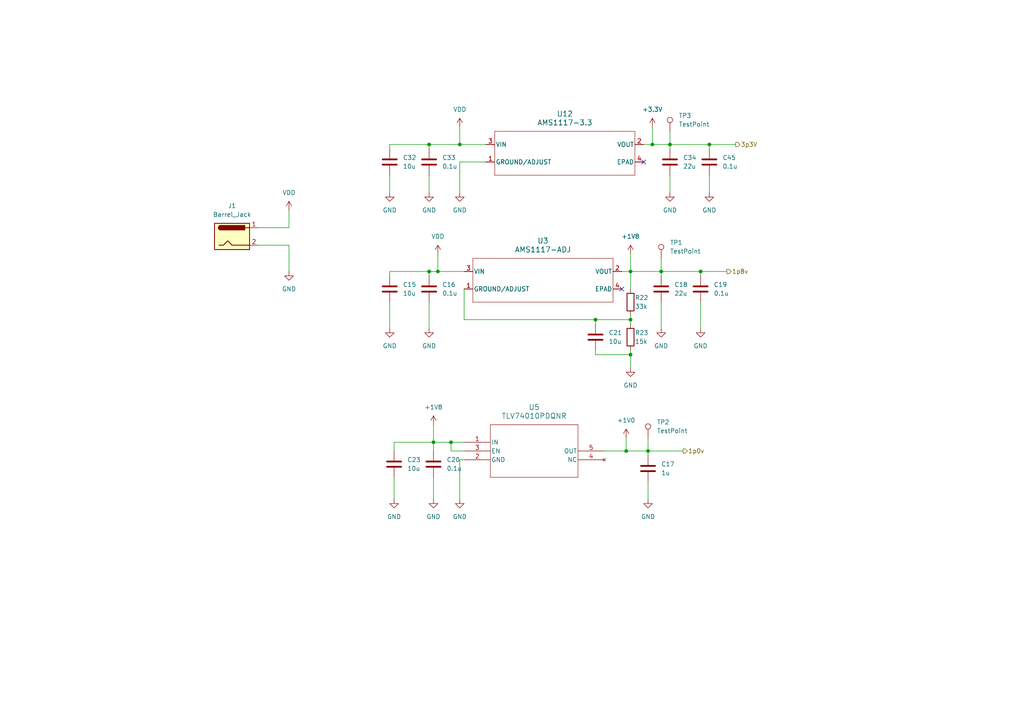
<source format=kicad_sch>
(kicad_sch (version 20230121) (generator eeschema)
  (paper "A4")
  (lib_symbols
    (symbol "Connector:Barrel_Jack" (pin_names (offset 1.016))
      (property "Reference" "J" (at 0 5.334 0))
      (property "Value" "Barrel_Jack" (at 0 -5.08 0))
      (symbol "Barrel_Jack_0_1"
        (rectangle (start -5.08 3.81) (end 5.08 -3.81) (stroke (width 0.254)) (fill (type background)))
        (arc (start -3.302 3.175) (mid -3.9343 2.54) (end -3.302 1.905) (stroke (width 0.254)))
        (arc (start -3.302 3.175) (mid -3.9343 2.54) (end -3.302 1.905) (stroke (width 0.254)) (fill (type outline)))
        (polyline (pts (xy 5.08 2.54) (xy 3.81 2.54)) (stroke (width 0.254)))
        (polyline (pts (xy -3.81 -2.54) (xy -2.54 -2.54) (xy -1.27 -1.27) (xy 0 -2.54) (xy 2.54 -2.54) (xy 5.08 -2.54)) (stroke (width 0.254)))
        (rectangle (start 3.683 3.175) (end -3.302 1.905) (stroke (width 0.254)) (fill (type outline)))
      )
      (symbol "Barrel_Jack_1_1"
        (pin passive line (at 7.62 2.54 180) (length 2.54) (name "~") (number "1"))
        (pin passive line (at 7.62 -2.54 180) (length 2.54) (name "~") (number "2"))
      )
    )
    (symbol "Connector:TestPoint" (pin_numbers hide) (pin_names (offset 0.762) hide)
      (property "Reference" "TP" (at 0 6.858 0))
      (property "Value" "TestPoint" (at 0 5.08 0))
      (symbol "TestPoint_0_1"
        (circle (center 0 3.302) (radius 0.762))
      )
      (symbol "TestPoint_1_1"
        (pin passive line (at 0 0 90) (length 2.54) (name "1") (number "1"))
      )
    )
    (symbol "Device:C" (pin_numbers hide) (pin_names (offset 0.254))
      (property "Reference" "C" (at 0.635 2.54 0))
      (property "Value" "C" (at 0.635 -2.54 0))
      (symbol "C_0_1"
        (polyline (pts (xy -2.032 -0.762) (xy 2.032 -0.762)) (stroke (width 0.508)))
        (polyline (pts (xy -2.032 0.762) (xy 2.032 0.762)) (stroke (width 0.508)))
      )
      (symbol "C_1_1"
        (pin passive line (at 0 3.81 270) (length 2.794) (name "~") (number "1"))
        (pin passive line (at 0 -3.81 90) (length 2.794) (name "~") (number "2"))
      )
    )
    (symbol "Device:R" (pin_numbers hide) (pin_names (offset 0))
      (property "Reference" "R" (at 2.032 0 90))
      (property "Value" "R" (at 0 0 90))
      (symbol "R_0_1"
        (rectangle (start -1.016 -2.54) (end 1.016 2.54) (stroke (width 0.254)))
      )
      (symbol "R_1_1"
        (pin passive line (at 0 3.81 270) (length 1.27) (name "~") (number "1"))
        (pin passive line (at 0 -3.81 90) (length 1.27) (name "~") (number "2"))
      )
    )
    (symbol "TeenieWeenie:AMS1117-3.3" (pin_names (offset 0.254))
      (property "Reference" "U" (at 0 10.16 0))
      (property "Value" "AMS1117-3.3" (at 0 7.62 0))
      (symbol "AMS1117-3.3_0_1"
        (polyline (pts (xy -20.32 -6.35) (xy 20.32 -6.35)) (stroke (width 0.127)))
        (polyline (pts (xy -20.32 6.35) (xy -20.32 -6.35)) (stroke (width 0.127)))
        (polyline (pts (xy 20.32 -6.35) (xy 20.32 6.35)) (stroke (width 0.127)))
        (polyline (pts (xy 20.32 6.35) (xy -20.32 6.35)) (stroke (width 0.127)))
      )
      (symbol "AMS1117-3.3_1_1"
        (pin power_out line (at -22.86 -2.54 0) (length 2.54) (name "GROUND/ADJUST") (number "1"))
        (pin output line (at 22.86 2.54 180) (length 2.54) (name "VOUT") (number "2"))
        (pin input line (at -22.86 2.54 0) (length 2.54) (name "VIN") (number "3"))
        (pin power_in line (at 22.86 -2.54 180) (length 2.54) (name "EPAD") (number "4"))
      )
    )
    (symbol "TeenieWeenie:AMS1117-ADJ" (pin_names (offset 0.254))
      (property "Reference" "U" (at 0 10.16 0))
      (property "Value" "AMS1117-ADJ" (at 0 7.62 0))
      (symbol "AMS1117-ADJ_0_1"
        (polyline (pts (xy -20.32 -6.35) (xy 20.32 -6.35)) (stroke (width 0.127)))
        (polyline (pts (xy -20.32 6.35) (xy -20.32 -6.35)) (stroke (width 0.127)))
        (polyline (pts (xy 20.32 -6.35) (xy 20.32 6.35)) (stroke (width 0.127)))
        (polyline (pts (xy 20.32 6.35) (xy -20.32 6.35)) (stroke (width 0.127)))
      )
      (symbol "AMS1117-ADJ_1_1"
        (pin power_out line (at -22.86 -2.54 0) (length 2.54) (name "GROUND/ADJUST") (number "1"))
        (pin output line (at 22.86 2.54 180) (length 2.54) (name "VOUT") (number "2"))
        (pin input line (at -22.86 2.54 0) (length 2.54) (name "VIN") (number "3"))
        (pin power_in line (at 22.86 -2.54 180) (length 2.54) (name "EPAD") (number "4"))
      )
    )
    (symbol "TeenieWeenie:TLV74010PDQNR" (pin_names (offset 0.254))
      (property "Reference" "U" (at 20.32 10.16 0))
      (property "Value" "TLV74010PDQNR" (at 20.32 7.62 0))
      (symbol "TLV74010PDQNR_0_1"
        (polyline (pts (xy 7.62 -10.16) (xy 33.02 -10.16)) (stroke (width 0.127)))
        (polyline (pts (xy 7.62 5.08) (xy 7.62 -10.16)) (stroke (width 0.127)))
        (polyline (pts (xy 33.02 -10.16) (xy 33.02 5.08)) (stroke (width 0.127)))
        (polyline (pts (xy 33.02 5.08) (xy 7.62 5.08)) (stroke (width 0.127)))
        (pin input line (at 0 0 0) (length 7.62) (name "IN") (number "1"))
        (pin power_out line (at 0 -5.08 0) (length 7.62) (name "GND") (number "2"))
        (pin unspecified line (at 0 -2.54 0) (length 7.62) (name "EN") (number "3"))
        (pin no_connect line (at 40.64 -5.08 180) (length 7.62) (name "NC") (number "4"))
        (pin output line (at 40.64 -2.54 180) (length 7.62) (name "OUT") (number "5"))
      )
    )
    (symbol "power:+1V0" (power) (pin_names (offset 0))
      (property "Value" "+1V0" (at 0 3.556 0))
      (symbol "+1V0_0_1"
        (polyline (pts (xy -0.762 1.27) (xy 0 2.54)))
        (polyline (pts (xy 0 0) (xy 0 2.54)))
        (polyline (pts (xy 0 2.54) (xy 0.762 1.27)))
      )
      (symbol "+1V0_1_1"
        (pin power_in line (at 0 0 90) (length 0) hide (name "+1V0") (number "1"))
      )
    )
    (symbol "power:+1V8" (power) (pin_names (offset 0))
      (property "Value" "+1V8" (at 0 3.556 0))
      (symbol "+1V8_0_1"
        (polyline (pts (xy -0.762 1.27) (xy 0 2.54)))
        (polyline (pts (xy 0 0) (xy 0 2.54)))
        (polyline (pts (xy 0 2.54) (xy 0.762 1.27)))
      )
      (symbol "+1V8_1_1"
        (pin power_in line (at 0 0 90) (length 0) hide (name "+1V8") (number "1"))
      )
    )
    (symbol "power:+3.3V" (power) (pin_names (offset 0))
      (property "Value" "+3.3V" (at 0 3.556 0))
      (symbol "+3.3V_0_1"
        (polyline (pts (xy -0.762 1.27) (xy 0 2.54)))
        (polyline (pts (xy 0 0) (xy 0 2.54)))
        (polyline (pts (xy 0 2.54) (xy 0.762 1.27)))
      )
      (symbol "+3.3V_1_1"
        (pin power_in line (at 0 0 90) (length 0) hide (name "+3.3V") (number "1"))
      )
    )
    (symbol "power:GND" (power) (pin_names (offset 0))
      (property "Value" "GND" (at 0 -3.81 0))
      (symbol "GND_0_1"
        (polyline (pts (xy 0 0) (xy 0 -1.27) (xy 1.27 -1.27) (xy 0 -2.54) (xy -1.27 -1.27) (xy 0 -1.27)))
      )
      (symbol "GND_1_1"
        (pin power_in line (at 0 0 270) (length 0) hide (name "GND") (number "1"))
      )
    )
    (symbol "power:VDD" (power) (pin_names (offset 0))
      (property "Value" "VDD" (at 0 3.81 0))
      (symbol "VDD_0_1"
        (polyline (pts (xy -0.762 1.27) (xy 0 2.54)))
        (polyline (pts (xy 0 0) (xy 0 2.54)))
        (polyline (pts (xy 0 2.54) (xy 0.762 1.27)))
      )
      (symbol "VDD_1_1"
        (pin power_in line (at 0 0 90) (length 0) hide (name "VDD") (number "1"))
      )
    )
  )
  (junction (at 182.88 78.74))
  (junction (at 194.31 41.91))
  (junction (at 191.77 78.74))
  (junction (at 124.46 41.91))
  (junction (at 189.23 41.91))
  (junction (at 203.2 78.74))
  (junction (at 172.72 92.71))
  (junction (at 124.46 78.74))
  (junction (at 125.73 128.27))
  (junction (at 187.96 130.81))
  (junction (at 181.61 130.81))
  (junction (at 130.81 128.27))
  (junction (at 205.74 41.91))
  (junction (at 133.35 41.91))
  (junction (at 182.88 102.87))
  (junction (at 127 78.74))
  (junction (at 182.88 92.71))
  (no_connect (at 180.34 83.82))
  (no_connect (at 186.69 46.99))
  (wire (pts (xy 133.35 41.91) (xy 140.97 41.91)))
  (wire (pts (xy 180.34 78.74) (xy 182.88 78.74)))
  (wire (pts (xy 205.74 41.91) (xy 213.36 41.91)))
  (wire (pts (xy 203.2 78.74) (xy 203.2 80.01)))
  (wire (pts (xy 187.96 130.81) (xy 181.61 130.81)))
  (wire (pts (xy 124.46 78.74) (xy 127 78.74)))
  (wire (pts (xy 186.69 41.91) (xy 189.23 41.91)))
  (wire (pts (xy 182.88 78.74) (xy 191.77 78.74)))
  (wire (pts (xy 113.03 41.91) (xy 124.46 41.91)))
  (wire (pts (xy 113.03 87.63) (xy 113.03 95.25)))
  (wire (pts (xy 194.31 43.18) (xy 194.31 41.91)))
  (wire (pts (xy 124.46 43.18) (xy 124.46 41.91)))
  (wire (pts (xy 191.77 74.93) (xy 191.77 78.74)))
  (wire (pts (xy 125.73 128.27) (xy 125.73 130.81)))
  (wire (pts (xy 187.96 139.7) (xy 187.96 144.78)))
  (wire (pts (xy 114.3 138.43) (xy 114.3 144.78)))
  (wire (pts (xy 113.03 43.18) (xy 113.03 41.91)))
  (wire (pts (xy 194.31 41.91) (xy 205.74 41.91)))
  (wire (pts (xy 182.88 101.6) (xy 182.88 102.87)))
  (wire (pts (xy 133.35 46.99) (xy 133.35 55.88)))
  (wire (pts (xy 191.77 87.63) (xy 191.77 95.25)))
  (wire (pts (xy 83.82 71.12) (xy 83.82 78.74)))
  (wire (pts (xy 182.88 91.44) (xy 182.88 92.71)))
  (wire (pts (xy 191.77 78.74) (xy 191.77 80.01)))
  (wire (pts (xy 74.93 66.04) (xy 83.82 66.04)))
  (wire (pts (xy 187.96 127) (xy 187.96 130.81)))
  (wire (pts (xy 113.03 78.74) (xy 124.46 78.74)))
  (wire (pts (xy 114.3 128.27) (xy 125.73 128.27)))
  (wire (pts (xy 134.62 92.71) (xy 172.72 92.71)))
  (wire (pts (xy 203.2 87.63) (xy 203.2 95.25)))
  (wire (pts (xy 187.96 132.08) (xy 187.96 130.81)))
  (wire (pts (xy 74.93 71.12) (xy 83.82 71.12)))
  (wire (pts (xy 114.3 128.27) (xy 114.3 130.81)))
  (wire (pts (xy 172.72 92.71) (xy 172.72 93.98)))
  (wire (pts (xy 134.62 83.82) (xy 134.62 92.71)))
  (wire (pts (xy 134.62 133.35) (xy 133.35 133.35)))
  (wire (pts (xy 124.46 50.8) (xy 124.46 55.88)))
  (wire (pts (xy 189.23 41.91) (xy 194.31 41.91)))
  (wire (pts (xy 187.96 130.81) (xy 198.12 130.81)))
  (wire (pts (xy 134.62 130.81) (xy 130.81 130.81)))
  (wire (pts (xy 125.73 128.27) (xy 130.81 128.27)))
  (wire (pts (xy 124.46 41.91) (xy 133.35 41.91)))
  (wire (pts (xy 83.82 60.96) (xy 83.82 66.04)))
  (wire (pts (xy 140.97 46.99) (xy 133.35 46.99)))
  (wire (pts (xy 133.35 133.35) (xy 133.35 144.78)))
  (wire (pts (xy 205.74 41.91) (xy 205.74 43.18)))
  (wire (pts (xy 182.88 78.74) (xy 182.88 83.82)))
  (wire (pts (xy 124.46 87.63) (xy 124.46 95.25)))
  (wire (pts (xy 175.26 130.81) (xy 181.61 130.81)))
  (wire (pts (xy 113.03 80.01) (xy 113.03 78.74)))
  (wire (pts (xy 189.23 36.83) (xy 189.23 41.91)))
  (wire (pts (xy 172.72 102.87) (xy 182.88 102.87)))
  (wire (pts (xy 133.35 36.83) (xy 133.35 41.91)))
  (wire (pts (xy 191.77 78.74) (xy 203.2 78.74)))
  (wire (pts (xy 172.72 101.6) (xy 172.72 102.87)))
  (wire (pts (xy 113.03 50.8) (xy 113.03 55.88)))
  (wire (pts (xy 125.73 138.43) (xy 125.73 144.78)))
  (wire (pts (xy 182.88 102.87) (xy 182.88 106.68)))
  (wire (pts (xy 182.88 92.71) (xy 182.88 93.98)))
  (wire (pts (xy 172.72 92.71) (xy 182.88 92.71)))
  (wire (pts (xy 127 78.74) (xy 134.62 78.74)))
  (wire (pts (xy 130.81 128.27) (xy 134.62 128.27)))
  (wire (pts (xy 205.74 50.8) (xy 205.74 55.88)))
  (wire (pts (xy 203.2 78.74) (xy 210.82 78.74)))
  (wire (pts (xy 127 73.66) (xy 127 78.74)))
  (wire (pts (xy 194.31 50.8) (xy 194.31 55.88)))
  (wire (pts (xy 130.81 130.81) (xy 130.81 128.27)))
  (wire (pts (xy 124.46 80.01) (xy 124.46 78.74)))
  (wire (pts (xy 125.73 123.19) (xy 125.73 128.27)))
  (wire (pts (xy 194.31 38.1) (xy 194.31 41.91)))
  (wire (pts (xy 181.61 130.81) (xy 181.61 127)))
  (wire (pts (xy 182.88 73.66) (xy 182.88 78.74)))
  (hierarchical_label "3p3V" (shape output) (at 213.36 41.91 0))
  (hierarchical_label "1p0v" (shape output) (at 198.12 130.81 0))
  (hierarchical_label "1p8v" (shape output) (at 210.82 78.74 0))
  (symbol (lib_id "Device:C") (at 114.3 134.62 0) (unit 1)
    (property "Reference" "C23" (at 118.11 133.35 0) (effects (justify left)))
    (property "Value" "10u" (at 118.11 135.89 0) (effects (justify left)))
    (property "Footprint" "Capacitor_SMD:C_0402_1005Metric" (effects hide))
  )
  (symbol (lib_id "Device:C") (at 194.31 46.99 0) (unit 1)
    (property "Reference" "C34" (at 198.12 45.72 0) (effects (justify left)))
    (property "Value" "22u" (at 198.12 48.26 0) (effects (justify left)))
    (property "Footprint" "Capacitor_SMD:C_0402_1005Metric" (effects hide))
  )
  (symbol (lib_id "power:GND") (at 124.46 55.88 0) (unit 1)
    (property "Reference" "#PWR058" (effects hide))
    (property "Value" "GND" (at 124.46 60.96 0))
    (instances (project "TeenieWeenie" (path "" (reference "#PWR058") (unit 1)) (path "" (reference "#PWR013") (unit 1))))
  )
  (symbol (lib_id "TeenieWeenie:AMS1117-ADJ") (at 157.48 81.28 0) (unit 1)
    (property "Reference" "U3" (at 157.48 69.85 0) (effects (font (size 1.524 1.524))))
    (property "Value" "AMS1117-ADJ" (at 157.48 72.39 0) (effects (font (size 1.524 1.524))))
    (property "Footprint" "Connector_BarrelJack:BarrelJack_Horizontal" (effects hide))
    (property "Datasheet" "AMS1117-3.3" (effects hide))
  )
  (symbol (lib_id "Device:C") (at 187.96 135.89 0) (unit 1)
    (property "Reference" "C17" (at 191.77 134.62 0) (effects (justify left)))
    (property "Value" "1u" (at 191.77 137.16 0) (effects (justify left)))
    (property "Footprint" "Capacitor_SMD:C_0402_1005Metric" (effects hide))
  )
  (symbol (lib_id "Device:C") (at 113.03 46.99 0) (unit 1)
    (property "Reference" "C32" (at 116.84 45.72 0) (effects (justify left)))
    (property "Value" "10u" (at 116.84 48.26 0) (effects (justify left)))
    (property "Footprint" "Capacitor_SMD:C_0402_1005Metric" (effects hide))
  )
  (symbol (lib_id "Device:R") (at 182.88 97.79 0) (unit 1)
    (property "Reference" "R23" (at 184.15 96.52 0) (effects (justify left)))
    (property "Value" "15k" (at 184.15 99.06 0) (effects (justify left)))
    (property "Footprint" "Resistor_SMD:R_0402_1005Metric" (effects hide))
  )
  (symbol (lib_id "Connector:TestPoint") (at 191.77 74.93 0) (unit 1)
    (property "Reference" "TP1" (at 194.31 70.358 0) (effects (justify left)))
    (property "Value" "TestPoint" (at 194.31 72.898 0) (effects (justify left)))
    (property "Footprint" "TestPoint:TestPoint_Pad_1.5x1.5mm" (effects hide))
  )
  (symbol (lib_id "power:GND") (at 187.96 144.78 0) (unit 1)
    (property "Reference" "#PWR058" (effects hide))
    (property "Value" "GND" (at 187.96 149.86 0))
    (instances (project "TeenieWeenie" (path "" (reference "#PWR058") (unit 1)) (path "" (reference "#PWR047") (unit 1))))
  )
  (symbol (lib_id "power:VDD") (at 133.35 36.83 0) (unit 1)
    (property "Reference" "#PWR042" (effects hide))
    (property "Value" "VDD" (at 133.35 31.75 0))
  )
  (symbol (lib_id "Device:C") (at 113.03 83.82 0) (unit 1)
    (property "Reference" "C15" (at 116.84 82.55 0) (effects (justify left)))
    (property "Value" "10u" (at 116.84 85.09 0) (effects (justify left)))
    (property "Footprint" "Capacitor_SMD:C_0402_1005Metric" (effects hide))
  )
  (symbol (lib_id "power:GND") (at 191.77 95.25 0) (unit 1)
    (property "Reference" "#PWR058" (effects hide))
    (property "Value" "GND" (at 191.77 100.33 0))
    (instances (project "TeenieWeenie" (path "" (reference "#PWR058") (unit 1)) (path "" (reference "#PWR025") (unit 1))))
  )
  (symbol (lib_id "TeenieWeenie:TLV74010PDQNR") (at 134.62 128.27 0) (unit 1)
    (property "Reference" "U5" (at 154.94 118.11 0) (effects (font (size 1.524 1.524))))
    (property "Value" "TLV74010PDQNR" (at 154.94 120.65 0) (effects (font (size 1.524 1.524))))
    (property "Footprint" "TeenieWeenieLibrary:SOT_PDQNR_TEX" (effects hide))
    (property "Datasheet" "TLV74010PDQNR" (effects hide))
  )
  (symbol (lib_id "power:GND") (at 124.46 95.25 0) (unit 1)
    (property "Reference" "#PWR058" (effects hide))
    (property "Value" "GND" (at 124.46 100.33 0))
    (instances (project "TeenieWeenie" (path "" (reference "#PWR058") (unit 1)) (path "" (reference "#PWR023") (unit 1))))
  )
  (symbol (lib_id "power:GND") (at 113.03 95.25 0) (unit 1)
    (property "Reference" "#PWR058" (effects hide))
    (property "Value" "GND" (at 113.03 100.33 0))
    (instances (project "TeenieWeenie" (path "" (reference "#PWR058") (unit 1)) (path "" (reference "#PWR021") (unit 1))))
  )
  (symbol (lib_id "power:GND") (at 83.82 78.74 0) (unit 1)
    (property "Reference" "#PWR058" (effects hide))
    (property "Value" "GND" (at 83.82 83.82 0))
    (instances (project "TeenieWeenie" (path "" (reference "#PWR058") (unit 1)) (path "" (reference "#PWR05") (unit 1))))
  )
  (symbol (lib_id "power:GND") (at 133.35 144.78 0) (unit 1)
    (property "Reference" "#PWR058" (effects hide))
    (property "Value" "GND" (at 133.35 149.86 0))
    (instances (project "TeenieWeenie" (path "" (reference "#PWR058") (unit 1)) (path "" (reference "#PWR041") (unit 1))))
  )
  (symbol (lib_id "Device:C") (at 205.74 46.99 0) (unit 1)
    (property "Reference" "C45" (at 209.55 45.72 0) (effects (justify left)))
    (property "Value" "0.1u" (at 209.55 48.26 0) (effects (justify left)))
    (property "Footprint" "Capacitor_SMD:C_0402_1005Metric" (effects hide))
  )
  (symbol (lib_id "Connector:TestPoint") (at 194.31 38.1 0) (unit 1)
    (property "Reference" "TP3" (at 196.85 33.528 0) (effects (justify left)))
    (property "Value" "TestPoint" (at 196.85 36.068 0) (effects (justify left)))
    (property "Footprint" "TestPoint:TestPoint_Pad_1.5x1.5mm" (effects hide))
  )
  (symbol (lib_id "power:+1V8") (at 182.88 73.66 0) (unit 1)
    (property "Reference" "#PWR022" (effects hide))
    (property "Value" "+1V8" (at 182.88 68.58 0))
  )
  (symbol (lib_id "power:GND") (at 114.3 144.78 0) (unit 1)
    (property "Reference" "#PWR058" (effects hide))
    (property "Value" "GND" (at 114.3 149.86 0))
    (instances (project "TeenieWeenie" (path "" (reference "#PWR058") (unit 1)) (path "" (reference "#PWR030") (unit 1))))
  )
  (symbol (lib_id "Device:C") (at 191.77 83.82 0) (unit 1)
    (property "Reference" "C18" (at 195.58 82.55 0) (effects (justify left)))
    (property "Value" "22u" (at 195.58 85.09 0) (effects (justify left)))
    (property "Footprint" "Capacitor_SMD:C_0402_1005Metric" (effects hide))
  )
  (symbol (lib_id "Device:C") (at 172.72 97.79 0) (unit 1)
    (property "Reference" "C21" (at 176.53 96.52 0) (effects (justify left)))
    (property "Value" "10u" (at 176.53 99.06 0) (effects (justify left)))
    (property "Footprint" "Capacitor_SMD:C_0402_1005Metric" (effects hide))
  )
  (symbol (lib_id "Device:R") (at 182.88 87.63 0) (unit 1)
    (property "Reference" "R22" (at 184.15 86.36 0) (effects (justify left)))
    (property "Value" "33k" (at 184.15 88.9 0) (effects (justify left)))
    (property "Footprint" "Resistor_SMD:R_0402_1005Metric" (effects hide))
  )
  (symbol (lib_id "Device:C") (at 124.46 46.99 0) (unit 1)
    (property "Reference" "C33" (at 128.27 45.72 0) (effects (justify left)))
    (property "Value" "0.1u" (at 128.27 48.26 0) (effects (justify left)))
    (property "Footprint" "Capacitor_SMD:C_0402_1005Metric" (effects hide))
  )
  (symbol (lib_id "power:+1V8") (at 125.73 123.19 0) (unit 1)
    (property "Reference" "#PWR014" (effects hide))
    (property "Value" "+1V8" (at 125.73 118.11 0))
  )
  (symbol (lib_id "Device:C") (at 203.2 83.82 0) (unit 1)
    (property "Reference" "C19" (at 207.01 82.55 0) (effects (justify left)))
    (property "Value" "0.1u" (at 207.01 85.09 0) (effects (justify left)))
    (property "Footprint" "Capacitor_SMD:C_0402_1005Metric" (effects hide))
  )
  (symbol (lib_id "power:GND") (at 133.35 55.88 0) (unit 1)
    (property "Reference" "#PWR058" (effects hide))
    (property "Value" "GND" (at 133.35 60.96 0))
    (instances (project "TeenieWeenie" (path "" (reference "#PWR058") (unit 1)) (path "" (reference "#PWR015") (unit 1))))
  )
  (symbol (lib_id "Device:C") (at 124.46 83.82 0) (unit 1)
    (property "Reference" "C16" (at 128.27 82.55 0) (effects (justify left)))
    (property "Value" "0.1u" (at 128.27 85.09 0) (effects (justify left)))
    (property "Footprint" "Capacitor_SMD:C_0402_1005Metric" (effects hide))
  )
  (symbol (lib_id "TeenieWeenie:AMS1117-3.3") (at 163.83 44.45 0) (unit 1)
    (property "Reference" "U12" (at 163.83 33.02 0) (effects (font (size 1.524 1.524))))
    (property "Value" "AMS1117-3.3" (at 163.83 35.56 0) (effects (font (size 1.524 1.524))))
    (property "Footprint" "TeenieWeenieLibrary:SOT_AMS_ADS" (effects hide))
    (property "Datasheet" "AMS1117-3.3" (effects hide))
  )
  (symbol (lib_id "power:VDD") (at 83.82 60.96 0) (unit 1)
    (property "Reference" "#PWR018" (effects hide))
    (property "Value" "VDD" (at 83.82 55.88 0))
  )
  (symbol (lib_id "Connector:Barrel_Jack") (at 67.31 68.58 0) (unit 1)
    (property "Reference" "J1" (at 67.31 59.69 0))
    (property "Value" "Barrel_Jack" (at 67.31 62.23 0))
    (property "Footprint" "Connector_BarrelJack:BarrelJack_Horizontal" (effects hide))
  )
  (symbol (lib_id "power:+1V0") (at 181.61 127 0) (unit 1)
    (property "Reference" "#PWR016" (effects hide))
    (property "Value" "+1V0" (at 181.61 121.92 0))
  )
  (symbol (lib_id "power:GND") (at 205.74 55.88 0) (unit 1)
    (property "Reference" "#PWR058" (effects hide))
    (property "Value" "GND" (at 205.74 60.96 0))
    (instances (project "TeenieWeenie" (path "" (reference "#PWR058") (unit 1)) (path "" (reference "#PWR019") (unit 1))))
  )
  (symbol (lib_id "power:GND") (at 203.2 95.25 0) (unit 1)
    (property "Reference" "#PWR058" (effects hide))
    (property "Value" "GND" (at 203.2 100.33 0))
    (instances (project "TeenieWeenie" (path "" (reference "#PWR058") (unit 1)) (path "" (reference "#PWR026") (unit 1))))
  )
  (symbol (lib_id "Device:C") (at 125.73 134.62 0) (unit 1)
    (property "Reference" "C20" (at 129.54 133.35 0) (effects (justify left)))
    (property "Value" "0.1u" (at 129.54 135.89 0) (effects (justify left)))
    (property "Footprint" "Capacitor_SMD:C_0402_1005Metric" (effects hide))
  )
  (symbol (lib_id "power:GND") (at 113.03 55.88 0) (unit 1)
    (property "Reference" "#PWR058" (effects hide))
    (property "Value" "GND" (at 113.03 60.96 0))
    (instances (project "TeenieWeenie" (path "" (reference "#PWR058") (unit 1)) (path "" (reference "#PWR012") (unit 1))))
  )
  (symbol (lib_id "power:GND") (at 125.73 144.78 0) (unit 1)
    (property "Reference" "#PWR058" (effects hide))
    (property "Value" "GND" (at 125.73 149.86 0))
    (instances (project "TeenieWeenie" (path "" (reference "#PWR058") (unit 1)) (path "" (reference "#PWR040") (unit 1))))
  )
  (symbol (lib_id "power:GND") (at 182.88 106.68 0) (unit 1)
    (property "Reference" "#PWR058" (effects hide))
    (property "Value" "GND" (at 182.88 111.76 0))
    (instances (project "TeenieWeenie" (path "" (reference "#PWR058") (unit 1)) (path "" (reference "#PWR024") (unit 1))))
  )
  (symbol (lib_id "power:GND") (at 194.31 55.88 0) (unit 1)
    (property "Reference" "#PWR058" (effects hide))
    (property "Value" "GND" (at 194.31 60.96 0))
    (instances (project "TeenieWeenie" (path "" (reference "#PWR058") (unit 1)) (path "" (reference "#PWR017") (unit 1))))
  )
  (symbol (lib_id "power:VDD") (at 127 73.66 0) (unit 1)
    (property "Reference" "#PWR020" (effects hide))
    (property "Value" "VDD" (at 127 68.58 0))
  )
  (symbol (lib_id "Connector:TestPoint") (at 187.96 127 0) (unit 1)
    (property "Reference" "TP2" (at 190.5 122.428 0) (effects (justify left)))
    (property "Value" "TestPoint" (at 190.5 124.968 0) (effects (justify left)))
    (property "Footprint" "TestPoint:TestPoint_Pad_1.5x1.5mm" (effects hide))
  )
  (symbol (lib_id "power:+3.3V") (at 189.23 36.83 0) (unit 1)
    (property "Reference" "#PWR046" (effects hide))
    (property "Value" "+3.3V" (at 189.23 31.75 0))
  )
)
</source>
